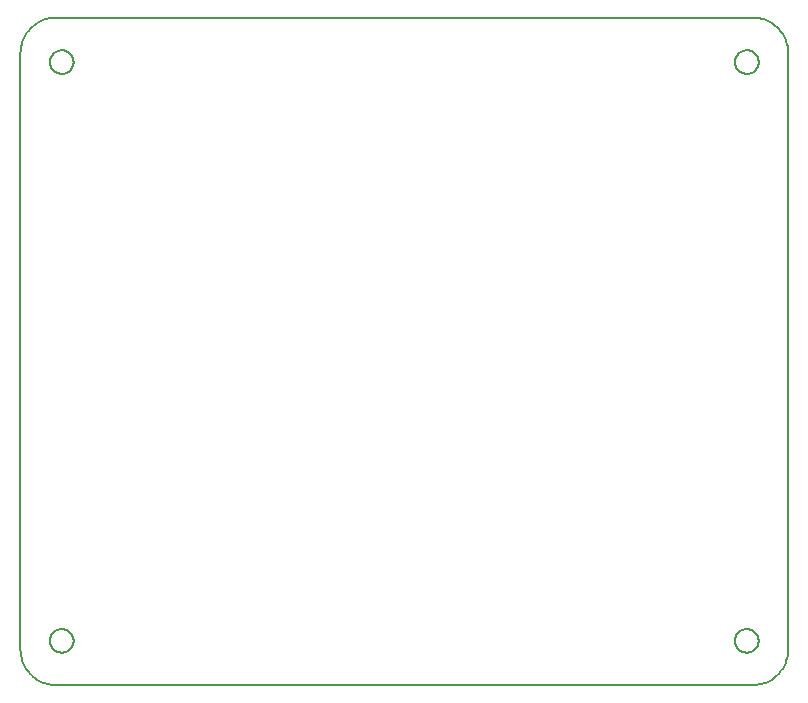
<source format=gbr>
%TF.GenerationSoftware,KiCad,Pcbnew,5.1.10*%
%TF.CreationDate,2021-06-19T09:57:27+02:00*%
%TF.ProjectId,RaspberryI2Cextender,52617370-6265-4727-9279-493243657874,rev?*%
%TF.SameCoordinates,Original*%
%TF.FileFunction,Profile,NP*%
%FSLAX46Y46*%
G04 Gerber Fmt 4.6, Leading zero omitted, Abs format (unit mm)*
G04 Created by KiCad (PCBNEW 5.1.10) date 2021-06-19 09:57:27*
%MOMM*%
%LPD*%
G01*
G04 APERTURE LIST*
%TA.AperFunction,Profile*%
%ADD10C,0.200000*%
%TD*%
G04 APERTURE END LIST*
D10*
X102229000Y-75499000D02*
X102229000Y-57371000D01*
X164458000Y-41000000D02*
X164500000Y-41048000D01*
X164414000Y-40956000D02*
X164458000Y-41000000D01*
X164366000Y-40914000D02*
X164414000Y-40956000D01*
X164317000Y-40876000D02*
X164366000Y-40914000D01*
X164265000Y-40841000D02*
X164317000Y-40876000D01*
X105604000Y-89693000D02*
X105666000Y-89687000D01*
X106366000Y-91456000D02*
X106317000Y-91494000D01*
X166943000Y-92712000D02*
X166857999Y-92880000D01*
X167018000Y-92539000D02*
X166943000Y-92712000D01*
X167082000Y-92362000D02*
X167018000Y-92539000D01*
X106729000Y-90685000D02*
X106727000Y-90748000D01*
X106155000Y-91590000D02*
X106097000Y-91615000D01*
X104760000Y-90934000D02*
X104747000Y-90872000D01*
X106573000Y-91221000D02*
X106538000Y-91273000D01*
X104885000Y-90149000D02*
X104920000Y-90097000D01*
X104853000Y-90203000D02*
X104885000Y-90149000D01*
X106038000Y-91636000D02*
X105978000Y-91654000D01*
X106097000Y-91615000D02*
X106038000Y-91636000D01*
X105480000Y-40716000D02*
X105542000Y-40703000D01*
X105420000Y-40734000D02*
X105480000Y-40716000D01*
X105978000Y-89716000D02*
X106038000Y-89734000D01*
X105044000Y-42414000D02*
X105000000Y-42370000D01*
X105092000Y-42456000D02*
X105044000Y-42414000D01*
X104737000Y-90810000D02*
X104731000Y-90748000D01*
X163000000Y-90000000D02*
X163044000Y-89956000D01*
X162958000Y-90048000D02*
X163000000Y-90000000D01*
X162920000Y-90097000D02*
X162958000Y-90048000D01*
X162885000Y-90149000D02*
X162920000Y-90097000D01*
X105854000Y-89693000D02*
X105916000Y-89703000D01*
X164155000Y-42590000D02*
X164097000Y-42615000D01*
X164211000Y-42561000D02*
X164155000Y-42590000D01*
X164265000Y-42529000D02*
X164211000Y-42561000D01*
X164317000Y-42494000D02*
X164265000Y-42529000D01*
X164366000Y-42456000D02*
X164317000Y-42494000D01*
X163916000Y-40703000D02*
X163978000Y-40716000D01*
X163854000Y-40693000D02*
X163916000Y-40703000D01*
X163792000Y-40687000D02*
X163854000Y-40693000D01*
X163729000Y-40685000D02*
X163792000Y-40687000D01*
X163666000Y-40687000D02*
X163729000Y-40685000D01*
X104824000Y-91111000D02*
X104799000Y-91053000D01*
X164711000Y-41872000D02*
X164698000Y-41934000D01*
X164721000Y-41810000D02*
X164711000Y-41872000D01*
X164727000Y-41748000D02*
X164721000Y-41810000D01*
X164729000Y-41685000D02*
X164727000Y-41748000D01*
X164727000Y-41622000D02*
X164729000Y-41685000D01*
X164155000Y-91590000D02*
X164097000Y-91615000D01*
X164211000Y-91561000D02*
X164155000Y-91590000D01*
X164265000Y-91529000D02*
X164211000Y-91561000D01*
X164317000Y-91494000D02*
X164265000Y-91529000D01*
X164366000Y-91456000D02*
X164317000Y-91494000D01*
X106698000Y-90436000D02*
X106711000Y-90498000D01*
X162731000Y-41748000D02*
X162729000Y-41685000D01*
X105141000Y-91494000D02*
X105092000Y-91456000D01*
X165836000Y-93968000D02*
X165674000Y-94064000D01*
X165992000Y-93862000D02*
X165836000Y-93968000D01*
X166141000Y-93747000D02*
X165992000Y-93862000D01*
X104885000Y-42221000D02*
X104853000Y-42167000D01*
X104920000Y-42273000D02*
X104885000Y-42221000D01*
X102323000Y-40189000D02*
X102376000Y-40008000D01*
X102282000Y-40373000D02*
X102323000Y-40189000D01*
X105666000Y-91683000D02*
X105604000Y-91677000D01*
X102440000Y-39831000D02*
X102515000Y-39658000D01*
X102376000Y-40008000D02*
X102440000Y-39831000D01*
X105854000Y-40693000D02*
X105916000Y-40703000D01*
X105792000Y-40687000D02*
X105854000Y-40693000D01*
X105978000Y-40716000D02*
X106038000Y-40734000D01*
X105916000Y-40703000D02*
X105978000Y-40716000D01*
X104729000Y-41685000D02*
X104731000Y-41622000D01*
X106711000Y-41498000D02*
X106721000Y-41560000D01*
X106698000Y-41436000D02*
X106711000Y-41498000D01*
X103317000Y-38623000D02*
X103466000Y-38508000D01*
X103175000Y-38748000D02*
X103317000Y-38623000D01*
X102600001Y-92880000D02*
X102515000Y-92712000D01*
X102696000Y-93042000D02*
X102600001Y-92880000D01*
X102802000Y-93198000D02*
X102696000Y-93042000D01*
X163916000Y-89703000D02*
X163978000Y-89716000D01*
X163854000Y-89693000D02*
X163916000Y-89703000D01*
X163792000Y-89687000D02*
X163854000Y-89693000D01*
X163729000Y-89685000D02*
X163792000Y-89687000D01*
X106211000Y-91561000D02*
X106155000Y-91590000D01*
X104920000Y-90097000D02*
X104958000Y-90048000D01*
X163542000Y-91667000D02*
X163480000Y-91654000D01*
X163604000Y-91677000D02*
X163542000Y-91667000D01*
X163666000Y-91683000D02*
X163604000Y-91677000D01*
X163729000Y-91685000D02*
X163666000Y-91683000D01*
X163792000Y-91683000D02*
X163729000Y-91685000D01*
X105000000Y-91370000D02*
X104958000Y-91322000D01*
X104958000Y-91322000D02*
X104920000Y-91273000D01*
X104885000Y-91221000D02*
X104853000Y-91167000D01*
X102376000Y-92362000D02*
X102323000Y-92181000D01*
X102440000Y-92539000D02*
X102376000Y-92362000D01*
X102515000Y-92712000D02*
X102440000Y-92539000D01*
X105604000Y-91677000D02*
X105542000Y-91667000D01*
X105000000Y-41000000D02*
X105044000Y-40956000D01*
X104731000Y-90622000D02*
X104737000Y-90560000D01*
X104737000Y-90560000D02*
X104747000Y-90498000D01*
X104747000Y-90872000D02*
X104737000Y-90810000D01*
X106414000Y-42414000D02*
X106366000Y-42456000D01*
X106458000Y-42370000D02*
X106414000Y-42414000D01*
X166656000Y-39172000D02*
X166762000Y-39328000D01*
X166541000Y-39023000D02*
X166656000Y-39172000D01*
X166416000Y-38881000D02*
X166541000Y-39023000D01*
X167223000Y-91623000D02*
X167205000Y-91811000D01*
X167229000Y-91435000D02*
X167223000Y-91623000D01*
X167229000Y-40935000D02*
X167229000Y-91435000D01*
X105604000Y-40693000D02*
X105666000Y-40687000D01*
X105542000Y-40703000D02*
X105604000Y-40693000D01*
X106097000Y-42615000D02*
X106038000Y-42636000D01*
X106155000Y-42590000D02*
X106097000Y-42615000D01*
X167135000Y-40189000D02*
X167176000Y-40373000D01*
X167082000Y-40008000D02*
X167135000Y-40189000D01*
X167018000Y-39831000D02*
X167082000Y-40008000D01*
X106317000Y-40876000D02*
X106366000Y-40914000D01*
X106265000Y-40841000D02*
X106317000Y-40876000D01*
X105604000Y-42677000D02*
X105542000Y-42667000D01*
X105666000Y-42683000D02*
X105604000Y-42677000D01*
X105247000Y-89809000D02*
X105303000Y-89780000D01*
X105193000Y-89841000D02*
X105247000Y-89809000D01*
X105792000Y-91683000D02*
X105729000Y-91685000D01*
X105978000Y-91654000D02*
X105916000Y-91667000D01*
X104737000Y-41560000D02*
X104747000Y-41498000D01*
X106721000Y-90560000D02*
X106727000Y-90622000D01*
X164791000Y-37988000D02*
X164975000Y-38029000D01*
X164605000Y-37959000D02*
X164791000Y-37988000D01*
X164417000Y-37941000D02*
X164605000Y-37959000D01*
X105978000Y-42654000D02*
X105916000Y-42667000D01*
X106038000Y-42636000D02*
X105978000Y-42654000D01*
X162824000Y-91111000D02*
X162799000Y-91053000D01*
X162853000Y-91167000D02*
X162824000Y-91111000D01*
X162885000Y-91221000D02*
X162853000Y-91167000D01*
X162920000Y-91273000D02*
X162885000Y-91221000D01*
X162958000Y-91322000D02*
X162920000Y-91273000D01*
X104731000Y-90748000D02*
X104729000Y-90685000D01*
X106155000Y-89780000D02*
X106211000Y-89809000D01*
X106680000Y-90376000D02*
X106698000Y-90436000D01*
X105729000Y-91685000D02*
X105666000Y-91683000D01*
X106659000Y-91053000D02*
X106634000Y-91111000D01*
X104778000Y-41994000D02*
X104760000Y-41934000D01*
X104799000Y-42053000D02*
X104778000Y-41994000D01*
X104920000Y-41097000D02*
X104958000Y-41048000D01*
X105247000Y-40809000D02*
X105303000Y-40780000D01*
X104824000Y-42111000D02*
X104799000Y-42053000D01*
X104853000Y-42167000D02*
X104824000Y-42111000D01*
X105361000Y-42615000D02*
X105303000Y-42590000D01*
X105420000Y-42636000D02*
X105361000Y-42615000D01*
X106211000Y-89809000D02*
X106265000Y-89841000D01*
X106414000Y-91414000D02*
X106366000Y-91456000D01*
X102229000Y-91435000D02*
X102229000Y-75499000D01*
X106573000Y-42221000D02*
X106538000Y-42273000D01*
X106605000Y-42167000D02*
X106573000Y-42221000D01*
X106265000Y-89841000D02*
X106317000Y-89876000D01*
X105420000Y-91636000D02*
X105361000Y-91615000D01*
X163420000Y-89734000D02*
X163480000Y-89716000D01*
X163361000Y-89755000D02*
X163420000Y-89734000D01*
X163303000Y-89780000D02*
X163361000Y-89755000D01*
X163247000Y-89809000D02*
X163303000Y-89780000D01*
X106211000Y-40809000D02*
X106265000Y-40841000D01*
X106155000Y-40780000D02*
X106211000Y-40809000D01*
X163666000Y-89687000D02*
X163729000Y-89685000D01*
X163604000Y-89693000D02*
X163666000Y-89687000D01*
X163542000Y-89703000D02*
X163604000Y-89693000D01*
X163480000Y-89716000D02*
X163542000Y-89703000D01*
X164458000Y-90000000D02*
X164500000Y-90048000D01*
X164414000Y-89956000D02*
X164458000Y-90000000D01*
X164366000Y-89914000D02*
X164414000Y-89956000D01*
X164317000Y-89876000D02*
X164366000Y-89914000D01*
X164265000Y-89841000D02*
X164317000Y-89876000D01*
X104778000Y-41376000D02*
X104799000Y-41317000D01*
X106605000Y-90203000D02*
X106634000Y-90259000D01*
X106500000Y-90048000D02*
X106538000Y-90097000D01*
X163193000Y-89841000D02*
X163247000Y-89809000D01*
X163141000Y-89876000D02*
X163193000Y-89841000D01*
X163092000Y-89914000D02*
X163141000Y-89876000D01*
X163044000Y-89956000D02*
X163092000Y-89914000D01*
X106500000Y-41048000D02*
X106538000Y-41097000D01*
X106458000Y-41000000D02*
X106500000Y-41048000D01*
X105303000Y-91590000D02*
X105247000Y-91561000D01*
X105044000Y-40956000D02*
X105092000Y-40914000D01*
X106727000Y-90622000D02*
X106729000Y-90685000D01*
X105480000Y-89716000D02*
X105542000Y-89703000D01*
X106634000Y-90259000D02*
X106659000Y-90317000D01*
X105854000Y-91677000D02*
X105792000Y-91683000D01*
X104729000Y-90685000D02*
X104731000Y-90622000D01*
X106458000Y-90000000D02*
X106500000Y-90048000D01*
X106680000Y-41994000D02*
X106659000Y-42053000D01*
X106698000Y-41934000D02*
X106680000Y-41994000D01*
X104799000Y-90317000D02*
X104824000Y-90259000D01*
X163000000Y-42370000D02*
X162958000Y-42322000D01*
X163044000Y-42414000D02*
X163000000Y-42370000D01*
X163092000Y-42456000D02*
X163044000Y-42414000D01*
X163141000Y-42494000D02*
X163092000Y-42456000D01*
X163193000Y-42529000D02*
X163141000Y-42494000D01*
X163044000Y-40956000D02*
X163092000Y-40914000D01*
X163000000Y-41000000D02*
X163044000Y-40956000D01*
X162958000Y-41048000D02*
X163000000Y-41000000D01*
X162920000Y-41097000D02*
X162958000Y-41048000D01*
X162885000Y-41149000D02*
X162920000Y-41097000D01*
X163247000Y-91561000D02*
X163193000Y-91529000D01*
X163303000Y-91590000D02*
X163247000Y-91561000D01*
X163361000Y-91615000D02*
X163303000Y-91590000D01*
X163420000Y-91636000D02*
X163361000Y-91615000D01*
X163480000Y-91654000D02*
X163420000Y-91636000D01*
X106573000Y-41149000D02*
X106605000Y-41203000D01*
X106538000Y-41097000D02*
X106573000Y-41149000D01*
X104958000Y-90048000D02*
X105000000Y-90000000D01*
X106698000Y-90934000D02*
X106680000Y-90994000D01*
X105916000Y-89703000D02*
X105978000Y-89716000D01*
X106538000Y-91273000D02*
X106500000Y-91322000D01*
X106680000Y-90994000D02*
X106659000Y-91053000D01*
X104958000Y-41048000D02*
X105000000Y-41000000D01*
X166943000Y-39658000D02*
X167018000Y-39831000D01*
X166857999Y-39490000D02*
X166943000Y-39658000D01*
X166762000Y-39328000D02*
X166857999Y-39490000D01*
X106634000Y-91111000D02*
X106605000Y-91167000D01*
X106211000Y-42561000D02*
X106155000Y-42590000D01*
X106265000Y-42529000D02*
X106211000Y-42561000D01*
X105420000Y-89734000D02*
X105480000Y-89716000D01*
X105854000Y-42677000D02*
X105792000Y-42683000D01*
X105916000Y-42667000D02*
X105854000Y-42677000D01*
X106573000Y-90149000D02*
X106605000Y-90203000D01*
X102802000Y-39172000D02*
X102917000Y-39023000D01*
X102696000Y-39328000D02*
X102802000Y-39172000D01*
X165836000Y-38402000D02*
X165992000Y-38508000D01*
X165674000Y-38306000D02*
X165836000Y-38402000D01*
X165506000Y-38221000D02*
X165674000Y-38306000D01*
X105247000Y-91561000D02*
X105193000Y-91529000D01*
X104853000Y-91167000D02*
X104824000Y-91111000D01*
X105361000Y-89755000D02*
X105420000Y-89734000D01*
X105916000Y-91667000D02*
X105854000Y-91677000D01*
X103784000Y-38306000D02*
X103952000Y-38221000D01*
X103622000Y-38402000D02*
X103784000Y-38306000D01*
X103466000Y-38508000D02*
X103622000Y-38402000D01*
X166283000Y-38748000D02*
X166416000Y-38881000D01*
X166141000Y-38623000D02*
X166283000Y-38748000D01*
X165992000Y-38508000D02*
X166141000Y-38623000D01*
X105044000Y-89956000D02*
X105092000Y-89914000D01*
X105141000Y-42494000D02*
X105092000Y-42456000D01*
X105193000Y-42529000D02*
X105141000Y-42494000D01*
X164605000Y-91167000D02*
X164573000Y-91221000D01*
X164634000Y-91111000D02*
X164605000Y-91167000D01*
X164659000Y-91053000D02*
X164634000Y-91111000D01*
X164680000Y-90994000D02*
X164659000Y-91053000D01*
X164698000Y-90934000D02*
X164680000Y-90994000D01*
X106097000Y-89755000D02*
X106155000Y-89780000D01*
X104824000Y-41259000D02*
X104853000Y-41203000D01*
X167135000Y-92181000D02*
X167082000Y-92362000D01*
X167176000Y-91997000D02*
X167135000Y-92181000D01*
X167205000Y-91811000D02*
X167176000Y-91997000D01*
X167223000Y-40747000D02*
X167229000Y-40935000D01*
X167205000Y-40559000D02*
X167223000Y-40747000D01*
X167176000Y-40373000D02*
X167205000Y-40559000D01*
X162737000Y-90810000D02*
X162731000Y-90748000D01*
X162747000Y-90872000D02*
X162737000Y-90810000D01*
X162760000Y-90934000D02*
X162747000Y-90872000D01*
X162778000Y-90994000D02*
X162760000Y-90934000D01*
X162799000Y-91053000D02*
X162778000Y-90994000D01*
X164711000Y-90872000D02*
X164698000Y-90934000D01*
X164721000Y-90810000D02*
X164711000Y-90872000D01*
X164727000Y-90748000D02*
X164721000Y-90810000D01*
X164729000Y-90685000D02*
X164727000Y-90748000D01*
X164727000Y-90622000D02*
X164729000Y-90685000D01*
X165333000Y-38146000D02*
X165506000Y-38221000D01*
X165156000Y-38082000D02*
X165333000Y-38146000D01*
X164975000Y-38029000D02*
X165156000Y-38082000D01*
X106038000Y-89734000D02*
X106097000Y-89755000D01*
X103317000Y-93747000D02*
X103175000Y-93622000D01*
X103466000Y-93862000D02*
X103317000Y-93747000D01*
X103622000Y-93968000D02*
X103466000Y-93862000D01*
X162853000Y-90203000D02*
X162885000Y-90149000D01*
X162824000Y-90259000D02*
X162853000Y-90203000D01*
X162799000Y-90317000D02*
X162824000Y-90259000D01*
X162778000Y-90376000D02*
X162799000Y-90317000D01*
X104799000Y-91053000D02*
X104778000Y-90994000D01*
X105044000Y-91414000D02*
X105000000Y-91370000D01*
X104799000Y-41317000D02*
X104824000Y-41259000D01*
X105480000Y-42654000D02*
X105420000Y-42636000D01*
X105542000Y-42667000D02*
X105480000Y-42654000D01*
X106727000Y-90748000D02*
X106721000Y-90810000D01*
X104302000Y-94288000D02*
X104125000Y-94224000D01*
X104483000Y-94341000D02*
X104302000Y-94288000D01*
X104667000Y-94382000D02*
X104483000Y-94341000D01*
X102600001Y-39490000D02*
X102696000Y-39328000D01*
X102515000Y-39658000D02*
X102600001Y-39490000D01*
X106634000Y-41259000D02*
X106659000Y-41317000D01*
X106605000Y-41203000D02*
X106634000Y-41259000D01*
X163854000Y-42677000D02*
X163792000Y-42683000D01*
X163916000Y-42667000D02*
X163854000Y-42677000D01*
X163978000Y-42654000D02*
X163916000Y-42667000D01*
X164038000Y-42636000D02*
X163978000Y-42654000D01*
X164097000Y-42615000D02*
X164038000Y-42636000D01*
X106317000Y-89876000D02*
X106366000Y-89914000D01*
X105480000Y-91654000D02*
X105420000Y-91636000D01*
X104731000Y-41622000D02*
X104737000Y-41560000D01*
X106711000Y-90498000D02*
X106721000Y-90560000D01*
X166283000Y-93622000D02*
X166141000Y-93747000D01*
X166416000Y-93489000D02*
X166283000Y-93622000D01*
X166541000Y-93347000D02*
X166416000Y-93489000D01*
X105729000Y-40685000D02*
X105792000Y-40687000D01*
X105666000Y-40687000D02*
X105729000Y-40685000D01*
X105729000Y-42685000D02*
X105666000Y-42683000D01*
X105792000Y-42683000D02*
X105729000Y-42685000D01*
X104731000Y-41748000D02*
X104729000Y-41685000D01*
X104737000Y-41810000D02*
X104731000Y-41748000D01*
X102235000Y-91623000D02*
X102229000Y-91435000D01*
X106458000Y-91370000D02*
X106414000Y-91414000D01*
X106605000Y-91167000D02*
X106573000Y-91221000D01*
X103042000Y-38881000D02*
X103175000Y-38748000D01*
X102917000Y-39023000D02*
X103042000Y-38881000D01*
X162853000Y-41203000D02*
X162885000Y-41149000D01*
X162824000Y-41259000D02*
X162853000Y-41203000D01*
X162799000Y-41317000D02*
X162824000Y-41259000D01*
X162778000Y-41376000D02*
X162799000Y-41317000D01*
X162760000Y-41436000D02*
X162778000Y-41376000D01*
X102253000Y-91811000D02*
X102235000Y-91623000D01*
X102282000Y-91997000D02*
X102253000Y-91811000D01*
X102323000Y-92181000D02*
X102282000Y-91997000D01*
X102917000Y-93347000D02*
X102802000Y-93198000D01*
X103042000Y-93489000D02*
X102917000Y-93347000D01*
X103175000Y-93622000D02*
X103042000Y-93489000D01*
X105141000Y-89876000D02*
X105193000Y-89841000D01*
X106711000Y-41872000D02*
X106698000Y-41934000D01*
X106721000Y-41810000D02*
X106711000Y-41872000D01*
X105361000Y-91615000D02*
X105303000Y-91590000D01*
X104747000Y-41872000D02*
X104737000Y-41810000D01*
X104760000Y-41934000D02*
X104747000Y-41872000D01*
X104778000Y-90994000D02*
X104760000Y-90934000D01*
X164634000Y-90259000D02*
X164659000Y-90317000D01*
X164605000Y-90203000D02*
X164634000Y-90259000D01*
X164573000Y-90149000D02*
X164605000Y-90203000D01*
X164538000Y-90097000D02*
X164573000Y-90149000D01*
X164500000Y-90048000D02*
X164538000Y-90097000D01*
X104760000Y-41436000D02*
X104778000Y-41376000D01*
X163303000Y-40780000D02*
X163361000Y-40755000D01*
X163247000Y-40809000D02*
X163303000Y-40780000D01*
X163193000Y-40841000D02*
X163247000Y-40809000D01*
X163141000Y-40876000D02*
X163193000Y-40841000D01*
X163092000Y-40914000D02*
X163141000Y-40876000D01*
X105666000Y-89687000D02*
X105729000Y-89685000D01*
X105141000Y-40876000D02*
X105193000Y-40841000D01*
X104885000Y-41149000D02*
X104920000Y-41097000D01*
X163542000Y-42667000D02*
X163480000Y-42654000D01*
X163604000Y-42677000D02*
X163542000Y-42667000D01*
X163666000Y-42683000D02*
X163604000Y-42677000D01*
X163729000Y-42685000D02*
X163666000Y-42683000D01*
X163792000Y-42683000D02*
X163729000Y-42685000D01*
X104824000Y-90259000D02*
X104853000Y-90203000D01*
X106414000Y-89956000D02*
X106458000Y-90000000D01*
X106727000Y-41622000D02*
X106729000Y-41685000D01*
X106721000Y-41560000D02*
X106727000Y-41622000D01*
X105303000Y-89780000D02*
X105361000Y-89755000D01*
X164414000Y-91414000D02*
X164366000Y-91456000D01*
X164458000Y-91370000D02*
X164414000Y-91414000D01*
X164500000Y-91322000D02*
X164458000Y-91370000D01*
X164538000Y-91273000D02*
X164500000Y-91322000D01*
X164573000Y-91221000D02*
X164538000Y-91273000D01*
X104853000Y-94411000D02*
X104667000Y-94382000D01*
X105041000Y-94429000D02*
X104853000Y-94411000D01*
X105229000Y-94435000D02*
X105041000Y-94429000D01*
X106538000Y-90097000D02*
X106573000Y-90149000D01*
X106265000Y-91529000D02*
X106211000Y-91561000D01*
X164721000Y-41560000D02*
X164727000Y-41622000D01*
X164711000Y-41498000D02*
X164721000Y-41560000D01*
X164698000Y-41436000D02*
X164711000Y-41498000D01*
X164680000Y-41376000D02*
X164698000Y-41436000D01*
X164659000Y-41317000D02*
X164680000Y-41376000D01*
X164791000Y-94382000D02*
X164605000Y-94411000D01*
X164975000Y-94341000D02*
X164791000Y-94382000D01*
X165156000Y-94288000D02*
X164975000Y-94341000D01*
X106727000Y-41748000D02*
X106721000Y-41810000D01*
X106729000Y-41685000D02*
X106727000Y-41748000D01*
X106659000Y-90317000D02*
X106680000Y-90376000D01*
X104853000Y-37959000D02*
X105041000Y-37941000D01*
X104667000Y-37988000D02*
X104853000Y-37959000D01*
X104483000Y-38029000D02*
X104667000Y-37988000D01*
X162729000Y-90685000D02*
X162731000Y-90622000D01*
X105193000Y-40841000D02*
X105247000Y-40809000D01*
X162737000Y-41810000D02*
X162731000Y-41748000D01*
X162747000Y-41872000D02*
X162737000Y-41810000D01*
X162760000Y-41934000D02*
X162747000Y-41872000D01*
X162778000Y-41994000D02*
X162760000Y-41934000D01*
X162799000Y-42053000D02*
X162778000Y-41994000D01*
X102229000Y-40935000D02*
X102235000Y-40747000D01*
X102229000Y-57371000D02*
X102229000Y-40935000D01*
X104958000Y-42322000D02*
X104920000Y-42273000D01*
X105000000Y-42370000D02*
X104958000Y-42322000D01*
X105092000Y-91456000D02*
X105044000Y-91414000D01*
X106500000Y-42322000D02*
X106458000Y-42370000D01*
X106538000Y-42273000D02*
X106500000Y-42322000D01*
X104920000Y-91273000D02*
X104885000Y-91221000D01*
X105792000Y-89687000D02*
X105854000Y-89693000D01*
X105092000Y-89914000D02*
X105141000Y-89876000D01*
X104853000Y-41203000D02*
X104885000Y-41149000D01*
X105247000Y-42561000D02*
X105193000Y-42529000D01*
X105303000Y-42590000D02*
X105247000Y-42561000D01*
X164229000Y-94435000D02*
X105229000Y-94435000D01*
X164417000Y-94429000D02*
X164229000Y-94435000D01*
X164605000Y-94411000D02*
X164417000Y-94429000D01*
X162760000Y-90436000D02*
X162778000Y-90376000D01*
X162747000Y-90498000D02*
X162760000Y-90436000D01*
X162737000Y-90560000D02*
X162747000Y-90498000D01*
X162731000Y-90622000D02*
X162737000Y-90560000D01*
X164211000Y-89809000D02*
X164265000Y-89841000D01*
X164155000Y-89780000D02*
X164211000Y-89809000D01*
X164097000Y-89755000D02*
X164155000Y-89780000D01*
X164038000Y-89734000D02*
X164097000Y-89755000D01*
X163978000Y-89716000D02*
X164038000Y-89734000D01*
X106680000Y-41376000D02*
X106698000Y-41436000D01*
X106659000Y-41317000D02*
X106680000Y-41376000D01*
X106721000Y-90810000D02*
X106711000Y-90872000D01*
X106500000Y-91322000D02*
X106458000Y-91370000D01*
X165333000Y-94224000D02*
X165156000Y-94288000D01*
X165506000Y-94149000D02*
X165333000Y-94224000D01*
X165674000Y-94064000D02*
X165506000Y-94149000D01*
X163247000Y-42561000D02*
X163193000Y-42529000D01*
X163303000Y-42590000D02*
X163247000Y-42561000D01*
X163361000Y-42615000D02*
X163303000Y-42590000D01*
X163420000Y-42636000D02*
X163361000Y-42615000D01*
X163480000Y-42654000D02*
X163420000Y-42636000D01*
X106711000Y-90872000D02*
X106698000Y-90934000D01*
X164634000Y-41259000D02*
X164659000Y-41317000D01*
X164605000Y-41203000D02*
X164634000Y-41259000D01*
X164573000Y-41149000D02*
X164605000Y-41203000D01*
X164538000Y-41097000D02*
X164573000Y-41149000D01*
X164500000Y-41048000D02*
X164538000Y-41097000D01*
X163000000Y-91370000D02*
X162958000Y-91322000D01*
X163044000Y-91414000D02*
X163000000Y-91370000D01*
X163092000Y-91456000D02*
X163044000Y-91414000D01*
X163141000Y-91494000D02*
X163092000Y-91456000D01*
X163193000Y-91529000D02*
X163141000Y-91494000D01*
X164721000Y-90560000D02*
X164727000Y-90622000D01*
X164711000Y-90498000D02*
X164721000Y-90560000D01*
X164698000Y-90436000D02*
X164711000Y-90498000D01*
X164680000Y-90376000D02*
X164698000Y-90436000D01*
X164659000Y-90317000D02*
X164680000Y-90376000D01*
X105542000Y-89703000D02*
X105604000Y-89693000D01*
X106317000Y-42494000D02*
X106265000Y-42529000D01*
X106366000Y-42456000D02*
X106317000Y-42494000D01*
X164605000Y-42167000D02*
X164573000Y-42221000D01*
X164634000Y-42111000D02*
X164605000Y-42167000D01*
X164659000Y-42053000D02*
X164634000Y-42111000D01*
X164680000Y-41994000D02*
X164659000Y-42053000D01*
X164698000Y-41934000D02*
X164680000Y-41994000D01*
X105729000Y-89685000D02*
X105792000Y-89687000D01*
X103784000Y-94064000D02*
X103622000Y-93968000D01*
X103952000Y-94149000D02*
X103784000Y-94064000D01*
X104125000Y-94224000D02*
X103952000Y-94149000D01*
X162747000Y-41498000D02*
X162760000Y-41436000D01*
X162737000Y-41560000D02*
X162747000Y-41498000D01*
X162731000Y-41622000D02*
X162737000Y-41560000D01*
X162729000Y-41685000D02*
X162731000Y-41622000D01*
X162731000Y-90748000D02*
X162729000Y-90685000D01*
X105542000Y-91667000D02*
X105480000Y-91654000D01*
X104302000Y-38082000D02*
X104483000Y-38029000D01*
X104125000Y-38146000D02*
X104302000Y-38082000D01*
X103952000Y-38221000D02*
X104125000Y-38146000D01*
X106097000Y-40755000D02*
X106155000Y-40780000D01*
X106038000Y-40734000D02*
X106097000Y-40755000D01*
X162824000Y-42111000D02*
X162799000Y-42053000D01*
X162853000Y-42167000D02*
X162824000Y-42111000D01*
X162885000Y-42221000D02*
X162853000Y-42167000D01*
X162920000Y-42273000D02*
X162885000Y-42221000D01*
X162958000Y-42322000D02*
X162920000Y-42273000D01*
X105193000Y-91529000D02*
X105141000Y-91494000D01*
X106634000Y-42111000D02*
X106605000Y-42167000D01*
X106659000Y-42053000D02*
X106634000Y-42111000D01*
X104747000Y-41498000D02*
X104760000Y-41436000D01*
X166656000Y-93198000D02*
X166541000Y-93347000D01*
X166762000Y-93042000D02*
X166656000Y-93198000D01*
X166857999Y-92880000D02*
X166762000Y-93042000D01*
X164229000Y-37935000D02*
X164417000Y-37941000D01*
X105229000Y-37935000D02*
X164229000Y-37935000D01*
X105041000Y-37941000D02*
X105229000Y-37935000D01*
X163854000Y-91677000D02*
X163792000Y-91683000D01*
X163916000Y-91667000D02*
X163854000Y-91677000D01*
X163978000Y-91654000D02*
X163916000Y-91667000D01*
X164038000Y-91636000D02*
X163978000Y-91654000D01*
X164097000Y-91615000D02*
X164038000Y-91636000D01*
X102253000Y-40559000D02*
X102282000Y-40373000D01*
X102235000Y-40747000D02*
X102253000Y-40559000D01*
X104778000Y-90376000D02*
X104799000Y-90317000D01*
X105361000Y-40755000D02*
X105420000Y-40734000D01*
X105303000Y-40780000D02*
X105361000Y-40755000D01*
X164414000Y-42414000D02*
X164366000Y-42456000D01*
X164458000Y-42370000D02*
X164414000Y-42414000D01*
X164500000Y-42322000D02*
X164458000Y-42370000D01*
X164538000Y-42273000D02*
X164500000Y-42322000D01*
X164573000Y-42221000D02*
X164538000Y-42273000D01*
X106414000Y-40956000D02*
X106458000Y-41000000D01*
X106366000Y-40914000D02*
X106414000Y-40956000D01*
X163604000Y-40693000D02*
X163666000Y-40687000D01*
X163542000Y-40703000D02*
X163604000Y-40693000D01*
X163480000Y-40716000D02*
X163542000Y-40703000D01*
X163420000Y-40734000D02*
X163480000Y-40716000D01*
X163361000Y-40755000D02*
X163420000Y-40734000D01*
X104747000Y-90498000D02*
X104760000Y-90436000D01*
X164211000Y-40809000D02*
X164265000Y-40841000D01*
X164155000Y-40780000D02*
X164211000Y-40809000D01*
X164097000Y-40755000D02*
X164155000Y-40780000D01*
X164038000Y-40734000D02*
X164097000Y-40755000D01*
X163978000Y-40716000D02*
X164038000Y-40734000D01*
X104760000Y-90436000D02*
X104778000Y-90376000D01*
X106317000Y-91494000D02*
X106265000Y-91529000D01*
X106366000Y-89914000D02*
X106414000Y-89956000D01*
X105092000Y-40914000D02*
X105141000Y-40876000D01*
X105000000Y-90000000D02*
X105044000Y-89956000D01*
M02*

</source>
